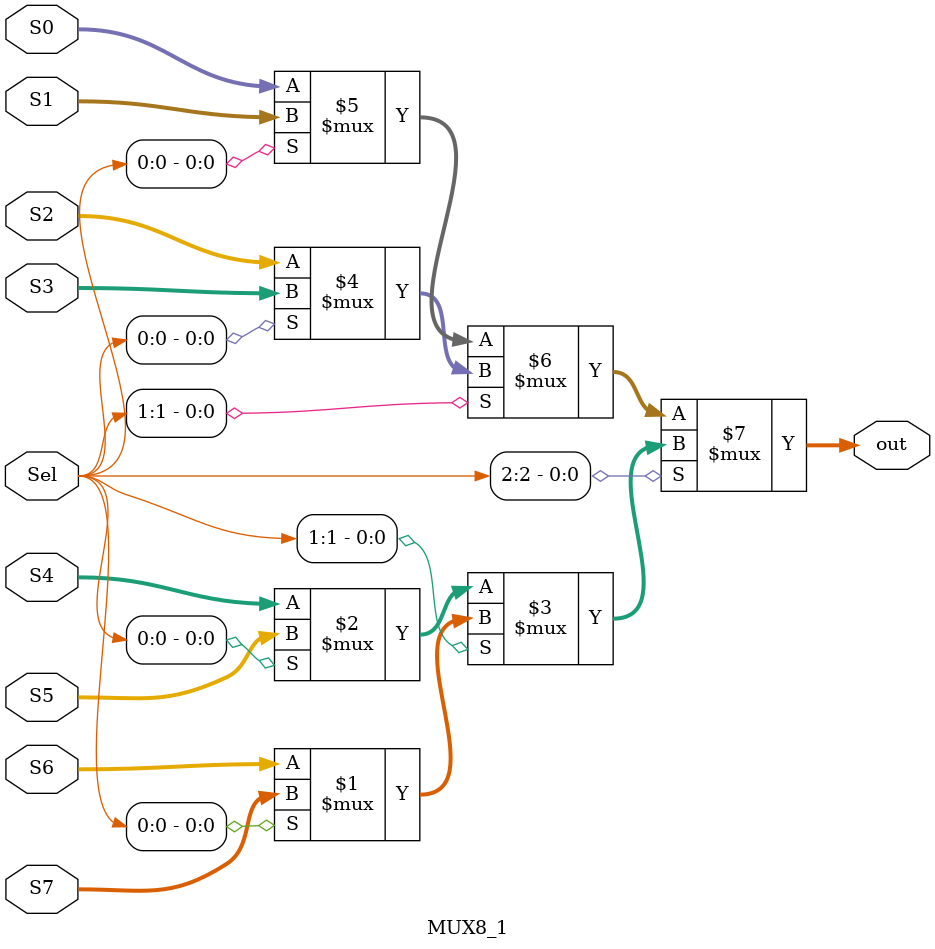
<source format=v>
module MUX8_1(Sel,S0,S1,S2,S3,S4,S5,S6,S7,out);
input [2:0] Sel;
input [7:0] S0,S1,S2,S3,S4,S5,S6,S7;
output [7:0]out;
assign out = (Sel[2])? (Sel[1]?(Sel[0]?S7:S6) : (Sel[0]?S5:S4))  :  (Sel[1]?(Sel[0]?S3:S2) : (Sel[0]?S1:S0));
endmodule
</source>
